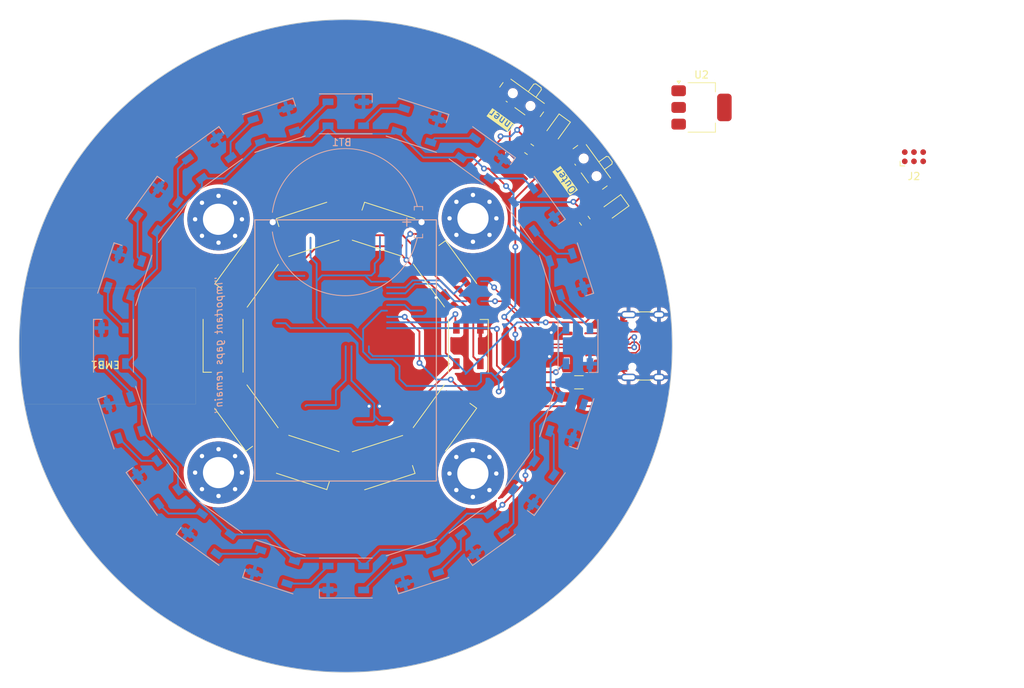
<source format=kicad_pcb>
(kicad_pcb (version 20240108) (generator "pcbnew") (generator_version "8.0")
  (layers (0 "F.Cu" signal) (31 "B.Cu" signal) (34 "B.Paste" user) (35 "F.Paste" user) (36 "B.SilkS" user "B.Silkscreen") (37 "F.SilkS" user "F.Silkscreen") (38 "B.Mask" user) (39 "F.Mask" user) (44 "Edge.Cuts" user))
  (net 0 "")
  (net 2 "+5V")
  (net 3 "Net-(D1-DOUT)")
  (net 4 "GND")
  (net 5 "/large_ring")
  (net 6 "Net-(D2-DOUT)")
  (net 7 "Net-(D3-DOUT)")
  (net 8 "Net-(D4-DOUT)")
  (net 9 "Net-(D5-DOUT)")
  (net 10 "Net-(D6-DOUT)")
  (net 11 "Net-(D7-DOUT)")
  (net 12 "Net-(D8-DOUT)")
  (net 13 "Net-(D10-DIN)")
  (net 14 "Net-(D10-DOUT)")
  (net 15 "Net-(D11-DOUT)")
  (net 16 "Net-(D12-DOUT)")
  (net 17 "Net-(D13-DOUT)")
  (net 18 "Net-(D14-DOUT)")
  (net 19 "Net-(D15-DOUT)")
  (net 20 "Net-(D16-DOUT)")
  (net 21 "Net-(D17-DOUT)")
  (net 22 "Net-(D18-DOUT)")
  (net 23 "Net-(D19-DOUT)")
  (net 24 "Net-(D21-DOUT)")
  (net 25 "/small_ring")
  (net 26 "Net-(D22-DOUT)")
  (net 27 "Net-(D23-DOUT)")
  (net 28 "Net-(D24-DOUT)")
  (net 29 "Net-(D25-DOUT)")
  (net 30 "Net-(D26-DOUT)")
  (net 31 "Net-(D27-DOUT)")
  (net 32 "Net-(D28-DOUT)")
  (net 33 "Net-(D29-DOUT)")
  (net 35 "Net-(D1-VDD)")
  (net 37 "Net-(D21-VDD)")
  (net 39 "Net-(D31-A)")
  (net 40 "Net-(D32-A)")
  (net 41 "Net-(F1-Pad2)")
  (net 56 "3.3V")
  (net 57 "Net-(EMB1-SWD_IO)")
  (net 58 "Net-(EMB1-SWD_CLK)")
  (net 62 "Net-(EMB1-#RESET)")
  (net 66 "unconnected-(J1-CC1-PadA5)")
  (net 68 "unconnected-(J1-CC2-PadB5)")
  (footprint "Fuse:Fuse_1206_3216Metric_Pad1.42x1.75mm_HandSolder" (layer "F.Cu") (at 182.132 85.01)
    (property "Reference" "F1" (hide yes))
    (property "Value" "Polyfuse")
  )
  (footprint "LED_SMD:LED_0805_2012Metric_Pad1.15x1.40mm_HandSolder" (layer "F.Cu") (at 179.084 50.085 -126)
    (property "Reference" "D32" (hide yes))
    (property "Value" "LED")
  )
  (footprint "LED_SMD:LED_0805_2012Metric_Pad1.15x1.40mm_HandSolder" (layer "F.Cu") (at 186.958 61.007 -144)
    (property "Reference" "D31" (hide yes))
    (property "Value" "LED")
  )
  (footprint "LED_SMD:LED_WS2812B_PLCC4_5.0x5.0mm_P3.2mm" (layer "F.Cu") (at 155.232516 96.084199 18)
    (property "Reference" "D29" (hide yes))
    (property "Value" "WS2812B")
  )
  (footprint "MountingHole:MountingHole_4.3mm_M4_Pad_Via" (layer "F.Cu") (at 132.480581 97.461581 90)
    (property "Reference" "H3" (hide yes))
    (property "Value" "MountingHole")
  )
  (footprint "MountingHole:MountingHole_4.3mm_M4_Pad_Via" (layer "F.Cu") (at 167.521419 97.588581 90)
    (property "Reference" "H4" (hide yes))
    (property "Value" "MountingHole")
  )
  (footprint "Connector_USB:USB_C_Receptacle_HRO_TYPE-C-31-M-12" (layer "F.Cu") (at 192.098 80 90)
    (property "Reference" "J1" (hide yes))
    (property "Value" "USB_C_Receptacle_USB2.0")
  )
  (footprint "Library:EMB1082" (layer "F.Cu") (at 116.8775 80.03 180)
    (property "Reference" "EMB1")
    (property "Value" "~")
  )
  (footprint "Button_Switch_SMD:SW_SPDT_PCM12" (layer "F.Cu") (at 183.411617 55.563615 126)
    (property "Reference" "SW2" (hide yes))
    (property "Value" "SW_DIP_x01")
  )
  (footprint "LED_SMD:LED_WS2812B_PLCC4_5.0x5.0mm_P3.2mm" (layer "F.Cu") (at 144.775633 96.06084 -18)
    (property "Reference" "D28" (hide yes))
    (property "Value" "WS2812B")
  )
  (footprint "LED_SMD:LED_WS2812B_PLCC4_5.0x5.0mm_P3.2mm" (layer "F.Cu") (at 136.349149 70.082211 -126)
    (property "Reference" "D25" (hide yes))
    (property "Value" "WS2812B")
  )
  (footprint "LED_SMD:LED_WS2812B_PLCC4_5.0x5.0mm_P3.2mm" (layer "F.Cu") (at 155.224257 63.928698 162)
    (property "Reference" "D23" (hide yes))
    (property "Value" "WS2812B")
  )
  (footprint "Package_TO_SOT_SMD:SOT-223-3_TabPin2" (layer "F.Cu") (at 199.02 47.1175)
    (property "Reference" "U2")
    (property "Value" "LD1117S33TR_SOT223")
  )
  (footprint "LED_SMD:LED_WS2812B_PLCC4_5.0x5.0mm_P3.2mm" (layer "F.Cu") (at 144.770988 63.931218 -162)
    (property "Reference" "D24" (hide yes))
    (property "Value" "WS2812B")
  )
  (footprint "LED_SMD:LED_WS2812B_PLCC4_5.0x5.0mm_P3.2mm" (layer "F.Cu") (at 163.677959 70.052059 126)
    (property "Reference" "D22" (hide yes))
    (property "Value" "WS2812B")
  )
  (footprint "LED_SMD:LED_WS2812B_PLCC4_5.0x5.0mm_P3.2mm" (layer "F.Cu") (at 136.320852 89.942249 -54)
    (property "Reference" "D27" (hide yes))
    (property "Value" "WS2812B")
  )
  (footprint "Resistor_SMD:R_0805_2012Metric_Pad1.20x1.40mm_HandSolder" (layer "F.Cu") (at 175.274 52.879 144)
    (property "Reference" "R8" (hide yes))
    (property "Value" "150")
  )
  (footprint "MountingHole:MountingHole_4.3mm_M4_Pad_Via" (layer "F.Cu") (at 167.532581 62.409581 90)
    (property "Reference" "H2" (hide yes))
    (property "Value" "MountingHole")
  )
  (footprint "Connector:Tag-Connect_TC2030-IDC-NL_2x03_P1.27mm_Vertical" (layer "F.Cu") (at 228.29 53.914)
    (property "Reference" "J2")
    (property "Value" "Conn_ARM_SWD_TagConnect_TC2030-NL")
  )
  (footprint "MountingHole:MountingHole_4.3mm_M4_Pad_Via" (layer "F.Cu") (at 132.480581 62.536581 90)
    (property "Reference" "H1" (hide yes))
    (property "Value" "MountingHole")
  )
  (footprint "Button_Switch_SMD:SW_SPDT_PCM12" (layer "F.Cu") (at 174.04956 46.292551 144)
    (property "Reference" "SW3" (hide yes))
    (property "Value" "SW_DIP_x01")
  )
  (footprint "LED_SMD:LED_WS2812B_PLCC4_5.0x5.0mm_P3.2mm" (layer "F.Cu") (at 166.9 80 90)
    (property "Reference" "D21" (hide yes))
    (property "Value" "WS2812B")
  )
  (footprint "Resistor_SMD:R_0805_2012Metric_Pad1.20x1.40mm_HandSolder" (layer "F.Cu") (at 182.941215 62.737983 126)
    (property "Reference" "R7" (hide yes))
    (property "Value" "150")
  )
  (footprint "LED_SMD:LED_WS2812B_PLCC4_5.0x5.0mm_P3.2mm" (layer "F.Cu") (at 133.110886 79.973211 -90)
    (property "Reference" "D26" (hide yes))
    (property "Value" "WS2812B")
  )
  (footprint "LED_SMD:LED_WS2812B_PLCC4_5.0x5.0mm_P3.2mm" (layer "F.Cu") (at 163.673257 89.918084 54)
    (property "Reference" "D30" (hide yes))
    (property "Value" "WS2812B")
  )
  (footprint "LED_SMD:LED_WS2812B_PLCC4_5.0x5.0mm_P3.2mm" (layer "B.Cu") (at 118.006579 79.979224 90)
    (property "Reference" "D11" (hide yes))
    (property "Value" "WS2812B")
  )
  (footprint "LED_SMD:LED_WS2812B_PLCC4_5.0x5.0mm_P3.2mm" (layer "B.Cu") (at 168.818431 105.892092 -144)
    (property "Reference" "D18" (hide yes))
    (property "Value" "WS2812B")
  )
  (footprint "LED_SMD:LED_WS2812B_PLCC4_5.0x5.0mm_P3.2mm" (layer "B.Cu") (at 150.020908 111.998802 180)
    (property "Reference" "D16" (hide yes))
    (property "Value" "WS2812B")
  )
  (footprint "LED_SMD:LED_WS2812B_PLCC4_5.0x5.0mm_P3.2mm" (layer "B.Cu") (at 124.114096 61.171261 54)
    (property "Reference" "D9" (hide yes))
    (property "Value" "WS2812B")
  )
  (footprint "LED_SMD:LED_WS2812B_PLCC4_5.0x5.0mm_P3.2mm" (layer "B.Cu") (at 119.568762 70.107767 72)
    (property "Reference" "D10" (hide yes))
    (property "Value" "WS2812B")
  )
  (footprint "LED_SMD:LED_WS2812B_PLCC4_5.0x5.0mm_P3.2mm" (layer "B.Cu") (at 159.900703 110.427648 -162)
    (property "Reference" "D17" (hide yes))
    (property "Value" "WS2812B")
  )
  (footprint "LED_SMD:LED_WS2812B_PLCC4_5.0x5.0mm_P3.2mm" (layer "B.Cu") (at 175.894367 98.807184 -126)
    (property "Reference" "D19" (hide yes))
    (property "Value" "WS2812B")
  )
  (footprint "LED_SMD:LED_WS2812B_PLCC4_5.0x5.0mm_P3.2mm" (layer "B.Cu") (at 119.578079 89.887779 108)
    (property "Reference" "D12" (hide yes))
    (property "Value" "WS2812B")
  )
  (footprint "LED_SMD:LED_WS2812B_PLCC4_5.0x5.0mm_P3.2mm" (layer "B.Cu") (at 131.207587 105.880556 144)
    (property "Reference" "D14" (hide yes))
    (property "Value" "WS2812B")
  )
  (footprint "LED_SMD:LED_WS2812B_PLCC4_5.0x5.0mm_P3.2mm" (layer "B.Cu") (at 131.197189 54.12273 36)
    (property "Reference" "D8" (hide yes))
    (property "Value" "WS2812B")
  )
  (footprint "LED_SMD:LED_WS2812B_PLCC4_5.0x5.0mm_P3.2mm" (layer "B.Cu") (at 175.891378 61.188946 -54)
    (property "Reference" "D3" (hide yes))
    (property "Value" "WS2812B")
  )
  (footprint "Battery:Battery_Panasonic_CR2032-HFN_Horizontal_CircularHoles" (layer "B.Cu") (at 160.45 62.93 180)
    (property "Reference" "BT1")
    (property "Value" "Battery_Cell")
  )
  (footprint "LED_SMD:LED_WS2812B_PLCC4_5.0x5.0mm_P3.2mm" (layer "B.Cu") (at 140.118157 110.435208 162)
    (property "Reference" "D15" (hide yes))
    (property "Value" "WS2812B")
  )
  (footprint "LED_SMD:LED_WS2812B_PLCC4_5.0x5.0mm_P3.2mm" (layer "B.Cu") (at 168.821277 54.12969 -36)
    (property "Reference" "D4" (hide yes))
    (property "Value" "WS2812B")
  )
  (footprint "LED_SMD:LED_WS2812B_PLCC4_5.0x5.0mm_P3.2mm" (layer "B.Cu") (at 140.106636 49.569893 18)
    (property "Reference" "D7" (hide yes))
    (property "Value" "WS2812B")
  )
  (footprint "LED_SMD:LED_WS2812B_PLCC4_5.0x5.0mm_P3.2mm" (layer "B.Cu") (at 182 80 -90)
    (property "Reference" "D1" (hide yes))
    (property "Value" "WS2812B")
  )
  (footprint "LED_SMD:LED_WS2812B_PLCC4_5.0x5.0mm_P3.2mm" (layer "B.Cu") (at 180.453879 89.891213 -108)
    (property "Reference" "D20" (hide yes))
    (property "Value" "WS2812B")
  )
  (footprint "LED_SMD:LED_WS2812B_PLCC4_5.0x5.0mm_P3.2mm" (layer "B.Cu") (at 124.12193 98.789557 126)
    (property "Reference" "D13" (hide yes))
    (property "Value" "WS2812B")
  )
  (footprint "LED_SMD:LED_WS2812B_PLCC4_5.0x5.0mm_P3.2mm" (layer "B.Cu") (at 159.890623 49.573733 -18)
    (property "Reference" "D5" (hide yes))
    (property "Value" "WS2812B")
  )
  (footprint "LED_SMD:LED_WS2812B_PLCC4_5.0x5.0mm_P3.2mm" (layer "B.Cu") (at 150.008307 47.996217)
    (property "Reference" "D6" (hide yes))
    (property "Value" "WS2812B")
  )
  (footprint "LED_SMD:LED_WS2812B_PLCC4_5.0x5.0mm_P3.2mm" (layer "B.Cu") (at 180.421585 70.113573 -72)
    (property "Reference" "D2" (hide yes))
    (property "Value" "WS2812B")
  )
  (gr_rect (start 137.49 62.62) (end 162.49 98.62) (stroke (width 0.15)) (fill none) (layer "B.SilkS"))
  (gr_circle (center 150 80) (end 195 80) (stroke (width 0.1)) (fill none) (layer "Edge.Cuts"))
  (gr_text "{dblquote}Important gaps remain{dblquote}" (at 133.11 70.278 90) (layer "B.SilkS") (effects (font (size 1 1) (thickness 0.15) (italic yes)) (justify left bottom mirror)))
  (gr_text "Inner" (at 173.369 49.577 144) (layer "F.SilkS" knockout) (effects (font (size 1 1)) (justify left bottom)))
  (gr_text "Outer" (at 182.005 58.594 126) (layer "F.SilkS" knockout) (effects (font (size 1 1)) (justify left bottom)))
  (segment (start 190.452 79.89405) (end 190.452 80.47395) (width 0.2) (layer "F.Cu") (net 0))
  (segment (start 188.053 80.25) (end 189.686 80.25) (width 0.2) (layer "F.Cu") (net 0))
  (segment (start 181.243 88.312) (end 168.162 88.312) (width 0.25) (layer "F.Cu") (net 0))
  (segment (start 190.452 80.47395) (end 189.97995 80.946) (width 0.2) (layer "F.Cu") (net 0))
  (segment (start 188.053 79.75) (end 186.965499 79.75) (width 0.2) (layer "F.Cu") (net 0))
  (segment (start 188.852264 79.25) (end 188.053 79.25) (width 0.2) (layer "F.Cu") (net 0))
  (segment (start 168.162 88.312) (end 164.479 84.629) (width 0.25) (layer "F.Cu") (net 0))
  (segment (start 178.2312 79.775) (end 172.0041 73.5479) (width 0.2) (layer "F.Cu") (net 0))
  (segment (start 189.19605 79.75) (end 189.46205 79.484) (width 0.2) (layer "F.Cu") (net 0))
  (segment (start 188.053 80.25) (end 186.965499 80.25) (width 0.2) (layer "F.Cu") (net 0))
  (segment (start 186.965499 79.75) (end 186.940499 79.775) (width 0.2) (layer "F.Cu") (net 0))
  (segment (start 189.317764 78.7845) (end 188.852264 79.25) (width 0.2) (layer "F.Cu") (net 0))
  (segment (start 186.940499 79.775) (end 178.2312 79.775) (width 0.2) (layer "F.Cu") (net 0))
  (segment (start 183.243 88.312) (end 189.987997 88.312) (width 0.25) (layer "F.Cu") (net 0))
  (segment (start 160.161 82.343) (end 160.161 78.025) (width 0.25) (layer "F.Cu") (net 0))
  (segment (start 171.6538 73.834) (end 170.575 73.834) (width 0.2) (layer "F.Cu") (net 0))
  (segment (start 171.6859 73.8661) (end 171.6538 73.834) (width 0.2) (layer "F.Cu") (net 0))
  (segment (start 190.04195 79.484) (end 190.452 79.89405) (width 0.2) (layer "F.Cu") (net 0))
  (segment (start 170.448 71.9918) (end 170.448 71.929) (width 0.2) (layer "F.Cu") (net 0))
  (segment (start 178.0448 80.225) (end 171.6859 73.8661) (width 0.2) (layer "F.Cu") (net 0))
  (segment (start 186.940499 80.225) (end 178.0448 80.225) (width 0.2) (layer "F.Cu") (net 0))
  (segment (start 186.965499 80.25) (end 186.940499 80.225) (width 0.2) (layer "F.Cu") (net 0))
  (segment (start 188.053 79.75) (end 189.19605 79.75) (width 0.2) (layer "F.Cu") (net 0))
  (segment (start 160.161 78.025) (end 158.129 75.993) (width 0.25) (layer "F.Cu") (net 0))
  (segment (start 189.46205 79.484) (end 190.04195 79.484) (width 0.2) (layer "F.Cu") (net 0))
  (segment (start 189.97995 80.946) (end 189.117 80.946) (width 0.2) (layer "F.Cu") (net 0))
  (segment (start 189.117 80.946) (end 188.921 80.75) (width 0.2) (layer "F.Cu") (net 0))
  (segment (start 172.0041 73.5479) (end 170.448 71.9918) (width 0.2) (layer "F.Cu") (net 0))
  (segment (start 189.752 78.7845) (end 189.317764 78.7845) (width 0.2) (layer "F.Cu") (net 0))
  (segment (start 189.686 80.25) (end 189.752 80.184) (width 0.2) (layer "F.Cu") (net 0))
  (segment (start 188.921 80.75) (end 188.053 80.75) (width 0.2) (layer "F.Cu") (net 0))
  (via (at 158.129 75.993) (size 0.8) (drill 0.4) (layers "F.Cu" "B.Cu") (net 0))
  (via (at 170.575 73.834) (size 0.8) (drill 0.4) (layers "F.Cu" "B.Cu") (net 0))
  (via (at 164.479 84.629) (size 0.8) (drill 0.4) (layers "F.Cu" "B.Cu") (net 0))
  (via (at 160.161 82.343) (size 0.8) (drill 0.4) (layers "F.Cu" "B.Cu") (net 0))
  (via (at 189.752 80.184) (size 0.8) (drill 0.4) (layers "F.Cu" "B.Cu") (net 0))
  (via (at 189.752 78.7845) (size 0.8) (drill 0.4) (layers "F.Cu" "B.Cu") (net 0))
  (via (at 170.448 71.929) (size 0.8) (drill 0.4) (layers "F.Cu" "B.Cu") (net 0))
  (segment (start 164.86 72.818) (end 163.013 70.971) (width 0.25) (layer "B.Cu") (net 0))
  (segment (start 164.479 84.629) (end 162.447 84.629) (width 0.25) (layer "B.Cu") (net 0))
  (segment (start 155.97 90.3655) (end 154.7215 90.3655) (width 0.25) (layer "B.Cu") (net 0))
  (segment (start 159.214 70.971) (end 158.243 71.942) (width 0.25) (layer "B.Cu") (net 0))
  (segment (start 160.542 75.1255) (end 158.9125 75.1255) (width 0.25) (layer "B.Cu") (net 0))
  (segment (start 159.526 71.421) (end 158.205 72.742) (width 0.25) (layer "B.Cu") (net 0))
  (segment (start 155.751 75.993) (end 155.7 75.942) (width 0.25) (layer "B.Cu") (net 0))
  (segment (start 153.938 87.920001) (end 150.8 84.782001) (width 0.25) (layer "B.Cu") (net 0))
  (segment (start 140.765127 70.336774) (end 144.294774 70.336774) (width 0.25) (layer "B.Cu") (net 0))
  (segment (start 158.129 74.342) (end 155.7 74.342) (width 0.25) (layer "B.Cu") (net 0))
  (segment (start 150 84.757) (end 150 80.042) (width 0.25) (layer "B.Cu") (net 0))
  (segment (start 166.62866 71.081397) (end 164.892057 72.818) (width 0.25) (layer "B.Cu") (net 0))
  (segment (start 169.600397 71.081397) (end 168.62866 71.081397) (width 0.2) (layer "B.Cu") (net 0))
  (segment (start 158.129 75.993) (end 155.751 75.993) (width 0.25) (layer "B.Cu") (net 0))
  (segment (start 158.243 71.942) (end 155.7 71.942) (width 0.25) (layer "B.Cu") (net 0))
  (segment (start 158.9125 75.1255) (end 158.129 74.342) (width 0.25) (layer "B.Cu") (net 0))
  (segment (start 164.892057 72.818) (end 164.86 72.818) (width 0.25) (layer "B.Cu") (net 0))
  (segment (start 162.574 71.421) (end 159.526 71.421) (width 0.25) (layer "B.Cu") (net 0))
  (segment (start 148.648265 88.151531) (end 148.648265 86.108735) (width 0.25) (layer "B.Cu") (net 0))
  (segment (start 148.648265 86.108735) (end 150 84.757) (width 0.25) (layer "B.Cu") (net 0))
  (segment (start 144.598326 88.151531) (end 144.464022 88.285835) (width 0.25) (layer "B.Cu") (net 0))
  (segment (start 153.938 89.582) (end 153.938 87.920001) (width 0.25) (layer "B.Cu") (net 0))
  (segment (start 154.7215 90.3655) (end 153.938 89.582) (width 0.25) (layer "B.Cu") (net 0))
  (segment (start 166.654 73.834) (end 164.987 73.834) (width 0.25) (layer "B.Cu") (net 0))
  (segment (start 162.447 84.629) (end 160.161 82.343) (width 0.25) (layer "B.Cu") (net 0))
  (segment (start 144.294774 70.336774) (end 144.3 70.342) (width 0.25) (layer "B.Cu") (net 0))
  (segment (start 151.548265 90.451531) (end 153.703469 90.451531) (width 0.25) (layer "B.Cu") (net 0))
  (segment (start 163.013 70.971) (end 159.214 70.971) (width 0.25) (layer "B.Cu") (net 0))
  (segment (start 153.703469 90.451531) (end 153.938 90.217) (width 0.25) (layer "B.Cu") (net 0))
  (segment (start 148.648265 88.151531) (end 144.598326 88.151531) (width 0.25) (layer "B.Cu") (net 0))
  (segment (start 153.938 90.217) (end 153.938 89.582) (width 0.25) (layer "B.Cu") (net 0))
  (segment (start 170.575 73.834) (end 168.654 73.834) (width 0.2) (layer "B.Cu") (net 0))
  (segment (start 189.752 80.184) (end 189.752 78.7845) (width 0.2) (layer "B.Cu") (net 0))
  (segment (start 164.987 73.834) (end 162.574 71.421) (width 0.25) (layer "B.Cu") (net 0))
  (segment (start 150.8 84.782001) (end 150.8 80.042) (width 0.25) (layer "B.Cu") (net 0))
  (segment (start 170.448 71.929) (end 169.600397 71.081397) (width 0.2) (layer "B.Cu") (net 0))
  (segment (start 158.205 72.742) (end 155.7 72.742) (width 0.25) (layer "B.Cu") (net 0))
  (segment (start 172.602264 53.509264) (end 176.059269 56.966269) (width 0.25) (layer "F.Cu") (net 2))
  (segment (start 180.6445 85.01) (end 172.353 85.01) (width 0.25) (layer "F.Cu") (net 2))
  (segment (start 172.602264 47.008606) (end 172.602264 53.509264) (width 0.25) (layer "F.Cu") (net 2))
  (segment (start 180.645 56.966269) (end 181.813884 55.797385) (width 0.25) (layer "F.Cu") (net 2))
  (segment (start 173.369 77.517) (end 171.845 75.993) (width 0.25) (layer "F.Cu") (net 2))
  (segment (start 173.369 59.656538) (end 176.059269 56.966269) (width 0.25) (layer "F.Cu") (net 2))
  (segment (start 172.353 85.01) (end 171.083 86.28) (width 0.25) (layer "F.Cu") (net 2))
  (segment (start 176.059269 56.966269) (end 180.645 56.966269) (width 0.25) (layer "F.Cu") (net 2))
  (segment (start 173.369 66.341) (end 173.369 59.656538) (width 0.25) (layer "F.Cu") (net 2))
  (segment (start 173.369 78.406) (end 173.369 77.517) (width 0.25) (layer "F.Cu") (net 2))
  (via (at 171.083 86.28) (size 0.8) (drill 0.4) (layers "F.Cu" "B.Cu") (net 2))
  (via (at 173.369 66.341) (size 0.8) (drill 0.4) (layers "F.Cu" "B.Cu") (net 2))
  (via (at 171.845 75.993) (size 0.8) (drill 0.4) (layers "F.Cu" "B.Cu") (net 2))
  (via (at 173.369 78.406) (size 0.8) (drill 0.4) (layers "F.Cu" "B.Cu") (net 2))
  (segment (start 154.916 75.142) (end 152.4 77.658) (width 0.25) (layer "B.Cu") (net 2))
  (segment (start 157.41 82.767) (end 157.41 83.486) (width 0.25) (layer "B.Cu") (net 2))
  (segment (start 173.369 81.454) (end 173.369 78.406) (width 0.25) (layer "B.Cu") (net 2))
  (segment (start 155.7 71.142) (end 153.532 71.142) (width 0.25) (layer "B.Cu") (net 2))
  (segment (start 170.575 84.248) (end 173.369 81.454) (width 0.25) (layer "B.Cu") (net 2))
  (segment (start 156.478 81.835) (end 157.41 82.767) (width 0.25) (layer "B.Cu") (net 2))
  (segment (start 142.406 77.542) (end 144.3 77.542) (width 0.25) (layer "B.Cu") (net 2))
  (segment (start 168.638 83.74) (end 170.067 83.74) (width 0.25) (layer "B.Cu") (net 2))
  (segment (start 168.638 84.915) (end 168.638 83.74) (width 0.25) (layer "B.Cu") (net 2))
  (segment (start 146 71.04) (end 146 76.208) (width 0.25) (layer "B.Cu") (net 2))
  (segment (start 153.532 71.142) (end 152.668 70.278) (width 0.25) (layer "B.Cu") (net 2))
  (segment (start 168.035 85.518) (end 168.638 84.915) (width 0.25) (layer "B.Cu") (net 2))
  (segment (start 158.383 85.518) (end 168.035 85.518) (width 0.25) (layer "B.Cu") (net 2))
  (segment (start 157.41 83.486) (end 157.41 84.545) (width 0.25) (layer "B.Cu") (net 2))
  (segment (start 153.557 70.278) (end 152.668 70.278) (width 0.25) (layer "B.Cu") (net 2))
  (segment (start 152.4 80.805) (end 153.43 81.835) (width 0.25) (layer "B.Cu") (net 2))
  (segment (start 170.067 83.74) (end 170.575 84.248) (width 0.25) (layer "B.Cu") (net 2))
  (segment (start 146 68.642) (end 146 71.04) (width 0.25) (layer "B.Cu") (net 2))
  (segment (start 152.4 77.658) (end 152.4 80.042) (width 0.25) (layer "B.Cu") (net 2))
  (segment (start 146 76.208) (end 147.334 77.542) (width 0.25) (layer "B.Cu") (net 2))
  (segment (start 155.7 75.142) (end 154.916 75.142) (width 0.25) (layer "B.Cu") (net 2))
  (segment (start 154 69.835) (end 153.557 70.278) (width 0.25) (layer "B.Cu") (net 2))
  (segment (start 152.4 79.292) (end 152.4 80.042) (width 0.25) (layer "B.Cu") (net 2))
  (segment (start 153.43 81.835) (end 156.478 81.835) (width 0.25) (layer "B.Cu") (net 2))
  (segment (start 152.4 80.042) (end 152.4 80.805) (width 0.25) (layer "B.Cu") (net 2))
  (segment (start 146.762 70.278) (end 146 71.04) (width 0.25) (layer "B.Cu") (net 2))
  (segment (start 171.083 84.756) (end 170.575 84.248) (width 0.25) (layer "B.Cu") (net 2))
  (segment (start 150.65 77.542) (end 152.4 79.292) (width 0.25) (layer "B.Cu") (net 2))
  (segment (start 140.476 76.8605) (end 141.7245 76.8605) (width 0.25) (layer "B.Cu") (net 2))
  (segment (start 145.1535 65.071) (end 145.1535 67.7955) (width 0.25) (layer "B.Cu") (net 2))
  (segment (start 171.083 86.28) (end 171.083 84.756) (width 0.25) (layer "B.Cu") (net 2))
  (segment (start 171.845 75.993) (end 173.369 74.469) (width 0.25) (layer "B.Cu") (net 2))
  (segment (start 145.1535 67.7955) (end 146 68.642) (width 0.25) (layer "B.Cu") (net 2))
  (segment (start 157.41 84.545) (end 158.383 85.518) (width 0.25) (layer "B.Cu") (net 2))
  (segment (start 152.668 70.278) (end 146.762 70.278) (width 0.25) (layer "B.Cu") (net 2))
  (segment (start 173.369 74.469) (end 173.369 66.341) (width 0.25) (layer "B.Cu") (net 2))
  (segment (start 141.7245 76.8605) (end 142.406 77.542) (width 0.25) (layer "B.Cu") (net 2))
  (segment (start 154.7215 67.9205) (end 154 68.642) (width 0.25) (layer "B.Cu") (net 2))
  (segment (start 144.3 77.542) (end 147.334 77.542) (width 0.25) (layer "B.Cu") (net 2))
  (segment (start 147.334 77.542) (end 150.65 77.542) (width 0.25) (layer "B.Cu") (net 2))
  (segment (start 154.7215 64.944) (end 154.7215 67.9205) (width 0.25) (layer "B.Cu") (net 2))
  (segment (start 154 68.642) (end 154 69.835) (width 0.25) (layer "B.Cu") (net 2))
  (segment (start 179.609433 73.509433) (end 179.609433 72.95354) (width 0.25) (layer "B.Cu") (net 3))
  (segment (start 183.65 77.55) (end 179.609433 73.509433) (width 0.25) (layer "B.Cu") (net 3))
  (segment (start 178.195 81.327) (end 178.068 81.454) (width 0.25) (layer "F.Cu") (net 4))
  (segment (start 181.132 81.327) (end 178.195 81.327) (width 0.25) (layer "F.Cu") (net 4))
  (segment (start 188.053 76.75) (end 188.053 76.595) (width 0.25) (layer "F.Cu") (net 4))
  (segment (start 136.426048 92.894186) (end 136.426048 93.152048) (width 0.25) (layer "F.Cu") (net 4))
  (segment (start 188.053 83.405) (end 188.968 84.32) (width 0.25) (layer "F.Cu") (net 4))
  (segment (start 153.2135 88.312) (end 154.6625 88.312) (width 0.25) (layer "F.Cu") (net 4))
  (segment (start 166.448209 88.905838) (end 166.448209 88.374791) (width 0.25) (layer "F.Cu") (net 4))
  (segment (start 188.053 76.595) (end 188.968 75.68) (width 0.25) (layer "F.Cu") (net 4))
  (segment (start 188.053 83.25) (end 188.053 83.405) (width 0.25) (layer "F.Cu") (net 4))
  (segment (start 163.572763 67.100122) (end 163.572763 66.958763) (width 0.25) (layer "F.Cu") (net 4))
  (segment (start 178.322 78.152) (end 178.449 78.279) (width 0.25) (layer "F.Cu") (net 4))
  (segment (start 178.449 78.279) (end 181.005 78.279) (width 0.25) (layer "F.Cu") (net 4))
  (via (at 178.322 78.152) (size 0.8) (drill 0.4) (layers "F.Cu" "B.Cu") (net 4))
  (via (at 162.447 73.326) (size 0.8) (drill 0.4) (layers "F.Cu" "B.Cu") (net 4))
  (via (at 153.2135 88.312) (size 0.8) (drill 0.4) (layers "F.Cu" "B.Cu") (net 4))
  (via (at 154.6625 88.312) (size 0.8) (drill 0.4) (layers "F.Cu" "B.Cu") (net 4))
  (via (at 178.068 81.454) (size 0.8) (drill 0.4) (layers "F.Cu" "B.Cu") (net 4))
  (segment (start 162.1715 73.0505) (end 162.447 73.326) (width 0.25) (layer "B.Cu") (net 4))
  (segment (start 153.053031 88.151531) (end 153.2135 88.312) (width 0.25) (layer "B.Cu") (net 4))
  (segment (start 178.068 81.454) (end 178.068 78.406) (width 0.25) (layer "B.Cu") (net 4))
  (segment (start 155.9485 88.312) (end 155.97 88.2905) (width 0.25) (layer "B.Cu") (net 4))
  (segment (start 153.2 68.642) (end 153.2 65.4975) (width 0.25) (layer "B.Cu") (net 4))
  (segment (start 146.8 65.4995) (end 147.2285 65.071) (width 0.25) (layer "B.Cu") (net 4))
  (segment (start 154.6625 88.312) (end 155.9485 88.312) (width 0.25) (layer "B.Cu") (net 4))
  (segment (start 151.6 80.042) (end 151.6 81.656) (width 0.25) (layer "B.Cu") (net 4))
  (segment (start 149.138645 90.451531) (end 148.648265 90.451531) (width 0.25) (layer "B.Cu") (net 4))
  (segment (start 146.8 68.642) (end 146.8 65.4995) (width 0.25) (layer "B.Cu") (net 4))
  (segment (start 178.068 78.406) (end 178.322 78.152) (width 0.25) (layer "B.Cu") (net 4))
  (segment (start 151.438645 88.151531) (end 149.138645 90.451531) (width 0.25) (layer "B.Cu") (net 4))
  (segment (start 153.2 65.4975) (end 152.6465 64.944) (width 0.25) (layer "B.Cu") (net 4))
  (segment (start 151.548265 88.151531) (end 153.053031 88.151531) (width 0.25) (layer "B.Cu") (net 4))
  (segment (start 151.548265 88.151531) (end 151.438645 88.151531) (width 0.25) (layer "B.Cu") (net 4))
  (segment (start 160.0505 73.542) (end 160.542 73.0505) (width 0.25) (layer "B.Cu") (net 4))
  (segment (start 155.7 73.542) (end 160.0505 73.542) (width 0.25) (layer "B.Cu") (net 4))
  (segment (start 160.542 73.0505) (end 162.1715 73.0505) (width 0.25) (layer "B.Cu") (net 4))
  (segment (start 170.829 77.644) (end 170.829 82.724) (width 0.25) (layer "F.Cu") (net 5))
  (segment (start 178.957 83.613) (end 171.718 83.613) (width 0.25) (layer "F.Cu") (net 5))
  (segment (start 170.829 82.724) (end 171.718 83.613) (width 0.25) (layer "F.Cu") (net 5))
  (via (at 178.957 83.613) (size 0.8) (drill 0.4) (layers "F.Cu" "B.Cu") (net 5))
  (via (at 170.829 77.644) (size 0.8) (drill 0.4) (layers "F.Cu" "B.Cu") (net 5))
  (segment (start 180.35 82.45) (end 180.12 82.45) (width 0.25) (layer "B.Cu") (net 5))
  (segment (start 180.12 82.45) (end 178.957 83.613) (width 0.25) (layer "B.Cu") (net 5))
  (segment (start 170.727 77.542) (end 170.829 77.644) (width 0.25) (layer "B.Cu") (net 5))
  (segment (start 180.481 82.581) (end 180.35 82.45) (width 0.25) (layer "B.Cu") (net 5))
  (segment (start 155.7 77.542) (end 170.727 77.542) (width 0.25) (layer "B.Cu") (net 5))
  (segment (start 179.129297 67.273606) (end 181.233737 67.273606) (width 0.25) (layer "B.Cu") (net 6))
  (segment (start 175.996574 64.140883) (end 179.129297 67.273606) (width 0.25) (layer "B.Cu") (net 6))
  (segment (start 174.453815 56.904642) (end 169.833523 56.904642) (width 0.25) (layer "B.Cu") (net 7))
  (segment (start 175.786182 58.237009) (end 174.453815 56.904642) (width 0.25) (layer "B.Cu") (net 7))
  (segment (start 162.256163 51.354738) (end 161.710833 51.900068) (width 0.25) (layer "B.Cu") (net 8))
  (segment (start 167.809031 51.354738) (end 162.256163 51.354738) (width 0.25) (layer "B.Cu") (net 8))
  (segment (start 154.857126 47.247398) (end 152.458307 49.646217) (width 0.25) (layer "B.Cu") (net 9))
  (segment (start 158.070413 47.247398) (end 154.857126 47.247398) (width 0.25) (layer "B.Cu") (net 9))
  (segment (start 147.558307 46.346217) (end 143.522479 50.382045) (width 0.25) (layer "B.Cu") (net 10))
  (segment (start 143.522479 50.382045) (end 142.946603 50.382045) (width 0.25) (layer "B.Cu") (net 10))
  (segment (start 137.266669 48.757741) (end 134.149126 51.875284) (width 0.25) (layer "B.Cu") (net 11))
  (segment (start 134.149126 51.875284) (end 134.149126 54.017534) (width 0.25) (layer "B.Cu") (net 11))
  (segment (start 126.889048 55.58413) (end 126.889048 60.159015) (width 0.25) (layer "B.Cu") (net 12))
  (segment (start 128.245252 54.227926) (end 126.889048 55.58413) (width 0.25) (layer "B.Cu") (net 12))
  (segment (start 121.339144 67.731604) (end 121.895097 68.287557) (width 0.25) (layer "B.Cu") (net 13))
  (segment (start 121.339144 62.183507) (end 121.339144 67.731604) (width 0.25) (layer "B.Cu") (net 13))
  (segment (start 117.242427 71.927977) (end 117.242427 75.115072) (width 0.25) (layer "B.Cu") (net 14))
  (segment (start 117.242427 75.115072) (end 119.656579 77.529224) (width 0.25) (layer "B.Cu") (net 14))
  (segment (start 116.356579 82.429224) (end 120.390231 86.462876) (width 0.25) (layer "B.Cu") (net 15))
  (segment (start 120.390231 86.462876) (end 120.390231 87.047812) (width 0.25) (layer "B.Cu") (net 15))
  (segment (start 121.875801 95.83762) (end 124.016734 95.83762) (width 0.25) (layer "B.Cu") (net 16))
  (segment (start 118.765927 92.727746) (end 121.875801 95.83762) (width 0.25) (layer "B.Cu") (net 16))
  (segment (start 124.227126 101.741494) (end 125.591236 103.105604) (width 0.25) (layer "B.Cu") (net 17))
  (segment (start 125.591236 103.105604) (end 130.195341 103.105604) (width 0.25) (layer "B.Cu") (net 17))
  (segment (start 132.219833 108.655508) (end 137.751312 108.655508) (width 0.25) (layer "B.Cu") (net 18))
  (segment (start 137.751312 108.655508) (end 138.297947 108.108873) (width 0.25) (layer "B.Cu") (net 18))
  (segment (start 145.158167 112.761543) (end 147.570908 110.348802) (width 0.25) (layer "B.Cu") (net 19))
  (segment (start 141.938367 112.761543) (end 145.158167 112.761543) (width 0.25) (layer "B.Cu") (net 19))
  (segment (start 156.504214 109.615496) (end 157.060736 109.615496) (width 0.25) (layer "B.Cu") (net 20))
  (segment (start 152.470908 113.648802) (end 156.504214 109.615496) (width 0.25) (layer "B.Cu") (net 20))
  (segment (start 165.866494 108.113976) (end 165.866494 105.997288) (width 0.25) (layer "B.Cu") (net 21))
  (segment (start 162.74067 111.2398) (end 165.866494 108.113976) (width 0.25) (layer "B.Cu") (net 21))
  (segment (start 173.119415 104.437849) (end 173.119415 99.81943) (width 0.25) (layer "B.Cu") (net 22))
  (segment (start 171.770368 105.786896) (end 173.119415 104.437849) (width 0.25) (layer "B.Cu") (net 22))
  (segment (start 178.669319 92.253198) (end 178.127544 91.711423) (width 0.25) (layer "B.Cu") (net 23))
  (segment (start 178.669319 97.794938) (end 178.669319 92.253198) (width 0.25) (layer "B.Cu") (net 23))
  (segment (start 168.55 82.45) (end 167.582808 81.482808) (width 0.25) (layer "F.Cu") (net 24))
  (segment (start 167.582808 81.482808) (end 167.582808 75.549544) (width 0.25) (layer "F.Cu") (net 24))
  (segment (start 167.582808 75.549544) (end 161.073077 69.039813) (width 0.25) (layer "F.Cu") (net 24))
  (segment (start 161.073077 69.039813) (end 160.903007 69.039813) (width 0.25) (layer "F.Cu") (net 24))
  (segment (start 190.503095 63.619449) (end 191.149 64.265354) (width 0.25) (layer "F.Cu") (net 25))
  (segment (start 183.021 76.755) (end 186.831 72.945) (width 0.25) (layer "F.Cu") (net 25))
  (segment (start 165.114 77.414) (end 165.25 77.55) (width 0.25) (layer "F.Cu") (net 25))
  (segment (start 192.419 67.992) (end 192.419 69.516) (width 0.25) (layer "F.Cu") (net 25))
  (segment (start 191.149 66.722) (end 192.419 67.992) (width 0.25) (layer "F.Cu") (net 25))
  (segment (start 177.56 76.755) (end 183.021 76.755) (width 0.25) (layer "F.Cu") (net 25))
  (segment (start 186.831 72.945) (end 190.768 72.945) (width 0.25) (layer "F.Cu") (net 25))
  (segment (start 165.114 75.612) (end 165.114 77.414) (width 0.25) (layer "F.Cu") (net 25))
  (segment (start 190.768 72.945) (end 192.419 71.294) (width 0.25) (layer "F.Cu") (net 25))
  (segment (start 191.149 64.265354) (end 191.149 66.722) (width 0.25) (layer "F.Cu") (net 25))
  (segment (start 192.419 71.294) (end 192.419 69.516) (width 0.25) (layer "F.Cu") (net 25))
  (via (at 165.114 75.612) (size 0.8) (drill 0.4) (layers "F.Cu" "B.Cu") (net 25))
  (via (at 177.56 76.755) (size 0.8) (drill 0.4) (layers "F.Cu" "B.Cu") (net 25))
  (segment (start 153.742 81.385) (end 153.2 80.843) (width 0.25) (layer "B.Cu") (net 25))
  (segment (start 163.984 76.742) (end 165.114 75.612) (width 0.25) (layer "B.Cu") (net 25))
  (segment (start 173.623 76.755) (end 177.56 76.755) (width 0.25) (layer "B.Cu") (net 25))
  (segment (start 153.2 80.843) (end 153.2 80.042) (width 0.25) (layer "B.Cu") (net 25))
  (segment (start 166.638 83.74) (end 164.283 81.385) (width 0.25) (layer "B.Cu") (net 25))
  (segment (start 166.638 83.74) (end 173.623 76.755) (width 0.25) (layer "B.Cu") (net 25))
  (segment (start 166.511 83.867) (end 166.638 83.74) (width 0.25) (layer "B.Cu") (net 25))
  (segment (start 155.7 76.742) (end 163.984 76.742) (width 0.25) (layer "B.Cu") (net 25))
  (segment (start 164.283 81.385) (end 153.742 81.385) (width 0.25) (layer "B.Cu") (net 25))
  (segment (start 164.181604 71.064305) (end 157.858149 64.74085) (width 0.25) (layer "F.Cu") (net 26))
  (segment (start 157.858149 64.74085) (end 152.38429 64.74085) (width 0.25) (layer "F.Cu") (net 26))
  (segment (start 166.452911 71.064305) (end 164.181604 71.064305) (width 0.25) (layer "F.Cu") (net 26))
  (segment (start 146.091785 63.116546) (end 142.950778 66.257553) (width 0.25) (layer "F.Cu") (net 27))
  (segment (start 158.064224 63.116546) (end 146.091785 63.116546) (width 0.25) (layer "F.Cu") (net 27))
  (segment (start 144.958117 61.604883) (end 136.243953 70.319047) (width 0.25) (layer "F.Cu") (net 28))
  (segment (start 136.243953 70.319047) (end 136.243953 73.034148) (width 0.25) (layer "F.Cu") (net 28))
  (segment (start 146.591198 61.604883) (end 144.958117 61.604883) (width 0.25) (layer "F.Cu") (net 28))
  (segment (start 133.985886 81.648211) (end 134.760886 82.423211) (width 0.25) (layer "F.Cu") (net 29))
  (segment (start 135.114056 68.470563) (end 135.114056 73.853067) (width 0.25) (layer "F.Cu") (net 29))
  (segment (start 133.985886 74.981237) (end 133.985886 81.648211) (width 0.25) (layer "F.Cu") (net 29))
  (segment (start 135.114056 73.853067) (end 133.985886 74.981237) (width 0.25) (layer "F.Cu") (net 29))
  (segment (start 136.454345 67.130274) (end 135.114056 68.470563) (width 0.25) (layer "F.Cu") (net 29))
  (segment (start 131.460886 79.759607) (end 133.985886 82.284607) (width 0.25) (layer "F.Cu") (net 30))
  (segment (start 131.460886 77.523211) (end 131.460886 79.759607) (width 0.25) (layer "F.Cu") (net 30))
  (segment (start 133.985886 86.014647) (end 138.925734 90.954495) (width 0.25) (layer "F.Cu") (net 30))
  (segment (start 138.925734 90.954495) (end 139.095804 90.954495) (width 0.25) (layer "F.Cu") (net 30))
  (segment (start 133.985886 82.284607) (end 133.985886 86.014647) (width 0.25) (layer "F.Cu") (net 30))
  (segment (start 140.420816 95.248688) (end 147.6156 95.248688) (width 0.25) (layer "F.Cu") (net 31))
  (segment (start 133.5459 88.930003) (end 134.102131 88.930003) (width 0.25) (layer "F.Cu") (net 31))
  (segment (start 134.102131 88.930003) (end 140.420816 95.248688) (width 0.25) (layer "F.Cu") (net 31))
  (segment (start 141.935666 96.872992) (end 153.937598 96.872992) (width 0.25) (layer "F.Cu") (net 32))
  (segment (start 153.937598 96.872992) (end 157.052726 93.757864) (width 0.25) (layer "F.Cu") (net 32))
  (segment (start 163.778453 89.304287) (end 163.778453 86.966147) (width 0.25) (layer "F.Cu") (net 33))
  (segment (start 154.672206 98.410534) (end 163.778453 89.304287) (width 0.25) (layer "F.Cu") (net 33))
  (segment (start 153.412306 98.410534) (end 154.672206 98.410534) (width 0.25) (layer "F.Cu") (net 33))
  (segment (start 169.686 55.546) (end 169.051 55.546) (width 0.25) (layer "F.Cu") (net 35))
  (segment (start 182.35343 61.10143) (end 181.37 60.118) (width 0.25) (layer "F.Cu") (net 35))
  (segment (start 181.37 60.118) (end 181.683676 60.118) (width 0.25) (layer "F.Cu") (net 35))
  (segment (start 171.591 101.901) (end 174.766 98.726) (width 0.25) (layer "F.Cu") (net 35))
  (segment (start 172.099 57.959) (end 169.686 55.546) (width 0.25) (layer "F.Cu") (net 35))
  (segment (start 181.683676 60.118) (end 183.57724 58.224436) (width 0.25) (layer "F.Cu") (net 35))
  (segment (start 174.766 98.726) (end 174.766 97.837) (width 0.25) (layer "F.Cu") (net 35))
  (segment (start 182.35343 61.928966) (end 182.35343 61.10143) (width 0.25) (layer "F.Cu") (net 35))
  (via (at 181.37 60.118) (size 0.8) (drill 0.4) (layers "F.Cu" "B.Cu") (net 35))
  (via (at 174.766 97.837) (size 0.8) (drill 0.4) (layers "F.Cu" "B.Cu") (net 35))
  (via (at 171.591 101.901) (size 0.8) (drill 0.4) (layers "F.Cu" "B.Cu") (net 35))
  (via (at 172.099 57.959) (size 0.8) (drill 0.4) (layers "F.Cu" "B.Cu") (net 35))
  (via (at 169.051 55.546) (size 0.8) (drill 0.4) (layers "F.Cu" "B.Cu") (net 35))
  (segment (start 124.17897 64.123198) (end 124.0089 64.123198) (width 0.25) (layer "B.Cu") (net 35))
  (segment (start 134.159524 105.985752) (end 139.32082 105.985752) (width 0.25) (layer "B.Cu") (net 35))
  (segment (start 133.284972 56.897682) (end 130.184943 56.897682) (width 0.25) (layer "B.Cu") (net 35))
  (segment (start 173.116426 60.1767) (end 173.116426 58.976426) (width 0.25) (layer "B.Cu") (net 35))
  (segment (start 152.470908 110.348802) (end 154.718397 108.101313) (width 0.25) (layer "B.Cu") (net 35))
  (segment (start 120.738036 73.304856) (end 120.738036 81.347767) (width 0.25) (layer "B.Cu") (net 35))
  (segment (start 124.0089 64.123198) (end 124.0089 69.319748) (width 0.25) (layer "B.Cu") (net 35))
  (segment (start 174.766 97.08881) (end 175.999563 95.855247) (width 0.25) (layer "B.Cu") (net 35))
  (segment (start 174.766 97.837) (end 174.766 97.08881) (width 0.25) (layer "B.Cu") (net 35))
  (segment (start 175.793769 95.855247) (end 175.999563 95.855247) (width 0.25) (layer "B.Cu") (net 35))
  (segment (start 170.37486 103.11714) (end 171.591 101.901) (width 0.25) (layer "B.Cu") (net 35))
  (segment (start 173.116426 58.976426) (end 172.099 57.959) (width 0.25) (layer "B.Cu") (net 35))
  (segment (start 175.999563 90.69341) (end 179.641727 87.051246) (width 0.25) (layer "B.Cu") (net 35))
  (segment (start 120.738036 81.347767) (end 119.656579 82.429224) (width 0.25) (layer "B.Cu") (net 35))
  (segment (start 178.232 85.641519) (end 178.232 82.433) (width 0.25) (layer "B.Cu") (net 35))
  (segment (start 160.689265 54.024494) (end 157.050656 50.385885) (width 0.25) (layer "B.Cu") (net 35))
  (segment (start 165.86934 54.024494) (end 160.689265 54.024494) (width 0.25) (layer "B.Cu") (net 35))
  (segment (start 178.09525 75.29525) (end 180.35 77.55) (width 0.25) (layer "B.Cu") (net 35))
  (segment (start 166.705086 103.11714) (end 169.830677 103.11714) (width 0.25) (layer "B.Cu") (net 35))
  (segment (start 161.720913 108.101313) (end 166.705086 103.11714) (width 0.25) (layer "B.Cu") (net 35))
  (segment (start 130.184943 56.897682) (end 130.184943 58.117225) (width 0.25) (layer "B.Cu") (net 35))
  (segment (start 143.315246 109.265934) (end 151.38804 109.265934) (width 0.25) (layer "B.Cu") (net 35))
  (segment (start 119.656579 82.429224) (end 121.904414 84.677059) (width 0.25) (layer "B.Cu") (net 35))
  (segment (start 157.050656 50.385885) (end 156.693534 50.743007) (width 0.25) (layer "B.Cu") (net 35))
  (segment (start 179.641727 87.051246) (end 178.232 85.641519) (width 0.25) (layer "B.Cu") (net 35))
  (segment (start 147.558307 49.646217) (end 145.308296 51.896228) (width 0.25) (layer "B.Cu") (net 35))
  (segment (start 178.09525 68.293363) (end 178.09525 75.29525) (width 0.25) (layer "B.Cu") (net 35))
  (segment (start 165.86934 54.207324) (end 165.86934 54.024494) (width 0.25) (layer "B.Cu") (net 35))
  (segment (start 175.999563 95.855247) (end 175.999563 90.69341) (width 0.25) (layer "B.Cu") (net 35))
  (segment (start 126.896882 96.700457) (end 126.896882 99.801803) (width 0.25) (layer "B.Cu") (net 35))
  (segment (start 145.308296 51.896228) (end 138.286426 51.896228) (width 0.25) (layer "B.Cu") (net 35))
  (segment (start 121.904414 91.707989) (end 126.896882 96.700457) (width 0.25) (layer "B.Cu") (net 35))
  (segment (start 181.3113 60.1767) (end 181.37 60.118) (width 0.25) (layer "B.Cu") (net 35))
  (segment (start 178.09525 68.293363) (end 173.116426 63.314539) (width 0.25) (layer "B.Cu") (net 35))
  (segment (start 142.958124 109.623056) (end 143.315246 109.265934) (width 0.25) (layer "B.Cu") (net 35))
  (segment (start 169.051 55.546) (end 167.529494 54.024494) (width 0.25) (layer "B.Cu") (net 35))
  (segment (start 167.529494 54.024494) (end 165.86934 54.024494) (width 0.25) (layer "B.Cu") (net 35))
  (segment (start 138.286426 51.896228) (end 133.284972 56.897682) (width 0.25) (layer "B.Cu") (net 35))
  (segment (start 126.896882 99.801803) (end 128.145645 99.801803) (width 0.25) (layer "B.Cu") (net 35))
  (segment (start 121.904414 84.677059) (end 121.904414 91.707989) (width 0.25) (layer "B.Cu") (net 35))
  (segment (start 178.232 82.433) (end 179.284605 81.380395) (width 0.25) (layer "B.Cu") (net 35))
  (segment (start 179.284605 78.615395) (end 180.35 77.55) (width 0.25) (layer "B.Cu") (net 35))
  (segment (start 173.116426 63.314539) (end 173.116426 60.1767) (width 0.25) (layer "B.Cu") (net 35))
  (segment (start 154.718397 108.101313) (end 161.720913 108.101313) (width 0.25) (layer "B.Cu") (net 35))
  (segment (start 139.32082 105.985752) (end 142.958124 109.623056) (width 0.25) (layer "B.Cu") (net 35))
  (segment (start 179.284605 81.380395) (end 179.284605 78.615395) (width 0.25) (layer "B.Cu") (net 35))
  (segment (start 169.830677 103.11714) (end 170.37486 103.11714) (width 0.25) (layer "B.Cu") (net 35))
  (segment (start 151.38804 109.265934) (end 152.470908 110.348802) (width 0.25) (layer "B.Cu") (net 35))
  (segment (start 181.3113 60.1767) (end 173.116426 60.1767) (width 0.25) (layer "B.Cu") (net 35))
  (segment (start 156.693534 50.743007) (end 148.655097 50.743007) (width 0.25) (layer "B.Cu") (net 35))
  (segment (start 120.380914 72.947734) (end 120.738036 73.304856) (width 0.25) (layer "B.Cu") (net 35))
  (segment (start 134.159524 105.815682) (end 134.159524 105.985752) (width 0.25) (layer "B.Cu") (net 35))
  (segment (start 128.145645 99.801803) (end 134.159524 105.815682) (width 0.25) (layer "B.Cu") (net 35))
  (segment (start 124.0089 69.319748) (end 120.380914 72.947734) (width 0.25) (layer "B.Cu") (net 35))
  (segment (start 130.184943 58.117225) (end 124.17897 64.123198) (width 0.25) (layer "B.Cu") (net 35))
  (segment (start 148.655097 50.743007) (end 147.558307 49.646217) (width 0.25) (layer "B.Cu") (net 35))
  (segment (start 142.955423 93.734505) (end 150.855007 93.734505) (width 0.25) (layer "F.Cu") (net 37))
  (segment (start 175.029315 48.805685) (end 173.623 50.212) (width 0.25) (layer "F.Cu") (net 37))
  (segment (start 174.464983 51.053983) (end 173.623 50.212) (width 0.25) (layer "F.Cu") (net 37))
  (segment (start 160.898305 86.801695) (end 165.25 82.45) (width 0.25) (layer "F.Cu") (net 37))
  (segment (start 147.610955 64.74337) (end 143.28436 69.069965) (width 0.25) (layer "F.Cu") (net 37))
  (segment (start 163.783155 80.983155) (end 163.783155 73.003996) (width 0.25) (layer "F.Cu") (net 37))
  (segment (start 143.28436 69.069965) (end 139.124101 69.069965) (width 0.25) (layer "F.Cu") (net 37))
  (segment (start 175.029315 48.771962) (end 175.029315 48.805685) (width 0.25) (layer "F.Cu") (net 37))
  (segment (start 160.669 62.205362) (end 160.669 64.055) (width 0.25) (layer "F.Cu") (net 37))
  (segment (start 158.891 64.563) (end 160.161 64.563) (width 0.25) (layer "F.Cu") (net 37))
  (segment (start 152.392549 95.272047) (end 156.734266 90.93033) (width 0.25) (layer "F.Cu") (net 37))
  (segment (start 158.891 64.204575) (end 158.891 64.563) (width 0.25) (layer "F.Cu") (net 37))
  (segment (start 142.955423 93.173848) (end 142.955423 93.734505) (width 0.25) (layer "F.Cu") (net 37))
  (segment (start 134.760886 77.523211) (end 136.215656 78.977981) (width 0.25) (layer "F.Cu") (net 37))
  (segment (start 165.25 82.45) (end 163.783155 80.983155) (width 0.25) (layer "F.Cu") (net 37))
  (segment (start 171.337 51.101) (end 171.337 51.537362) (width 0.25) (layer "F.Cu") (net 37))
  (segment (start 136.215656 86.990312) (end 136.771887 86.990312) (width 0.25) (layer "F.Cu") (net 37))
  (segment (start 163.226924 73.003996) (end 158.362464 68.139536) (width 0.25) (layer "F.Cu") (net 37))
  (segment (start 171.337 51.537362) (end 160.669 62.205362) (width 0.25) (layer "F.Cu") (net 37))
  (segment (start 149.122618 66.255033) (end 147.610955 64.74337) (width 0.25) (layer "F.Cu") (net 37))
  (segment (start 156.734266 90.93033) (end 160.898305 90.93033) (width 0.25) (layer "F.Cu") (net 37))
  (segment (start 157.044467 66.821539) (end 157.044467 66.255033) (width 0.25) (layer "F.Cu") (net 37))
  (segment (start 157.044467 66.255033) (end 149.122618 66.255033) (width 0.25) (layer "F.Cu") (net 37))
  (segment (start 136.215656 78.977981) (end 136.215656 86.990312) (width 0.25) (layer "F.Cu") (net 37))
  (segment (start 174.464983 52.291215) (end 174.464983 51.053983) (width 0.25) (layer "F.Cu") (net 37))
  (segment (start 160.161 64.563) (end 160.669 64.055) (width 0.25) (layer "F.Cu") (net 37))
  (segment (start 163.783155 73.003996) (end 163.226924 73.003996) (width 0.25) (layer "F.Cu") (net 37))
  (segment (start 160.898305 90.93033) (end 160.898305 86.801695) (width 0.25) (layer "F.Cu") (net 37))
  (segment (start 158.362464 68.139536) (end 157.044467 66.821539) (width 0.25) (layer "F.Cu") (net 37))
  (segment (start 150.855007 93.734505) (end 152.392549 95.272047) (width 0.25) (layer "F.Cu") (net 37))
  (segment (start 139.124101 73.159996) (end 134.760886 77.523211) (width 0.25) (layer "F.Cu") (net 37))
  (segment (start 136.771887 86.990312) (end 142.955423 93.173848) (width 0.25) (layer "F.Cu") (net 37))
  (segment (start 139.124101 69.069965) (end 139.124101 73.159996) (width 0.25) (layer "F.Cu") (net 37))
  (via (at 173.623 50.212) (size 0.8) (drill 0.4) (layers "F.Cu" "B.Cu") (net 37))
  (via (at 158.362464 68.139536) (size 0.8) (drill 0.4) (layers "F.Cu" "B.Cu") (net 37))
  (via (at 158.891 64.563) (size 0.8) (drill 0.4) (layers "F.Cu" "B.Cu") (net 37))
  (via (at 171.337 51.101) (size 0.8) (drill 0.4) (layers "F.Cu" "B.Cu") (net 37))
  (segment (start 158.891 64.563) (end 158.362464 65.091536) (width 0.25) (layer "B.Cu") (net 37))
  (segment (start 158.362464 65.091536) (end 158.362464 68.139536) (width 0.25) (layer "B.Cu") (net 37))
  (segment (start 173.623 50.212) (end 172.734 51.101) (width 0.25) (layer "B.Cu") (net 37))
  (segment (start 172.734 51.101) (end 171.337 51.101) (width 0.25) (layer "B.Cu") (net 37))
  (segment (start 185.46652 61.60948) (end 186.128758 61.60948) (width 0.25) (layer "F.Cu") (net 39))
  (segment (start 183.529 63.547) (end 185.46652 61.60948) (width 0.25) (layer "F.Cu") (net 39))
  (segment (start 178.48152 51.068282) (end 178.48152 50.914242) (width 0.25) (layer "F.Cu") (net 40))
  (segment (start 176.083017 53.466785) (end 178.48152 51.068282) (width 0.25) (layer "F.Cu") (net 40))
  (segment (start 188.053 82.45) (end 186.47 82.45) (width 0.25) (layer "F.Cu") (net 41))
  (segment (start 183.91 85.01) (end 183.6195 85.01) (width 0.25) (layer "F.Cu") (net 41))
  (segment (start 188.778 82.45) (end 188.053 82.45) (width 0.25) (layer "F.Cu") (net 41))
  (segment (start 188.053 77.55) (end 188.778 77.55) (width 0.25) (layer "F.Cu") (net 41))
  (segment (start 189.253 78.025) (end 190.768 78.025) (width 0.25) (layer "F.Cu") (net 41))
  (segment (start 189.139 82.089) (end 188.778 82.45) (width 0.25) (layer "F.Cu") (net 41))
  (segment (start 190.641 82.089) (end 189.139 82.089) (width 0.25) (layer "F.Cu") (net 41))
  (segment (start 191.403 78.66) (end 191.403 81.327) (width 0.25) (layer "F.Cu") (net 41))
  (segment (start 191.403 81.327) (end 190.641 82.089) (width 0.25) (layer "F.Cu") (net 41))
  (segment (start 186.47 82.45) (end 183.91 85.01) (width 0.25) (layer "F.Cu") (net 41))
  (segment (start 188.778 77.55) (end 189.253 78.025) (width 0.25) (layer "F.Cu") (net 41))
  (segment (start 190.768 78.025) (end 191.403 78.66) (width 0.25) (layer "F.Cu") (net 41))
  (segment (start 183.209 81.25) (end 183.132 81.327) (width 0.25) (layer "F.Cu") (net 66))
  (segment (start 188.053 81.25) (end 183.209 81.25) (width 0.25) (layer "F.Cu") (net 66))
  (segment (start 183.034 78.25) (end 183.005 78.279) (width 0.25) (layer "F.Cu") (net 68))
  (segment (start 188.053 78.25) (end 183.034 78.25) (width 0.25) (layer "F.Cu") (net 68))
  (zone (net 4) (net_name "GND") (layers "F&B.Cu") (connect_pads (clearance 0.508)) (min_thickness 0.25) (fill yes (thermal_gap 0.5) (thermal_bridge_width 0.5))
    (polygon (pts (xy 102.376 32.305) (xy 198.388 32.813) (xy 198.642 127.174) (xy 102.376 126.285)))
  )
)
</source>
